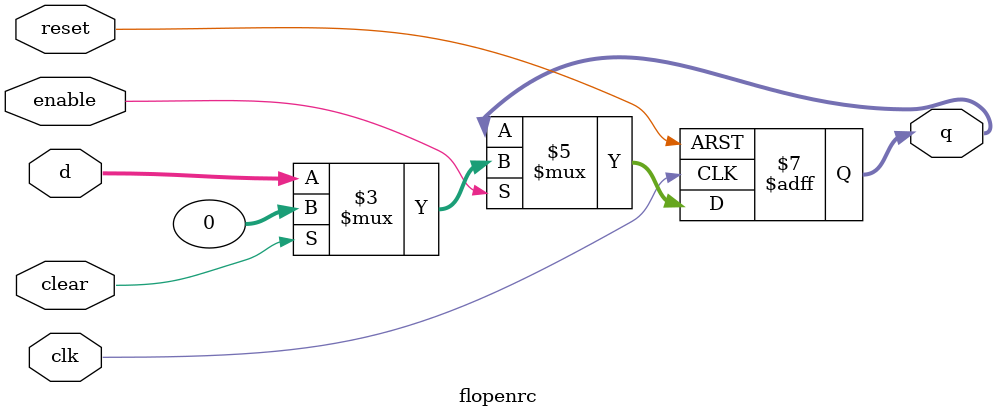
<source format=v>
`timescale 1ns / 1ps

module flopenrc #(parameter WIDTH=32)(
input clk,reset,clear,enable,
input [WIDTH-1:0]d,
output reg [WIDTH-1:0] q
    );
    always@(posedge clk,posedge reset) begin 
        if(reset) q<=0;
        else if(enable) begin
             if(clear) q<=0;
             else q<=d;
        end
        
    
    end
    
endmodule

</source>
